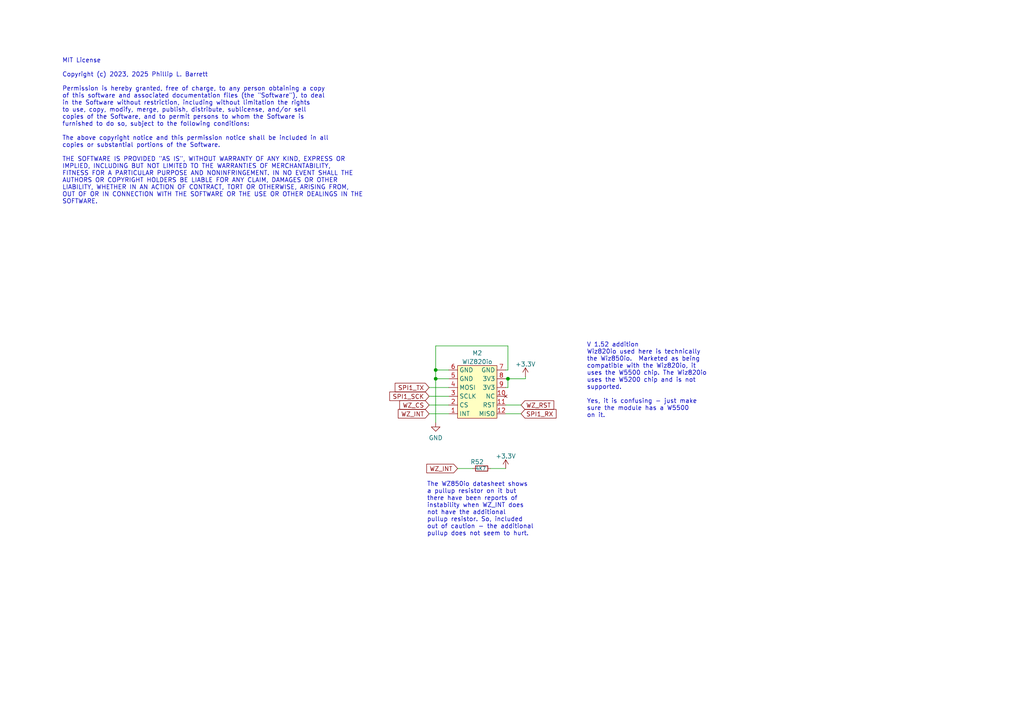
<source format=kicad_sch>
(kicad_sch
	(version 20231120)
	(generator "eeschema")
	(generator_version "8.0")
	(uuid "87625664-7de0-4955-aad3-2590466b2868")
	(paper "A4")
	(title_block
		(title "picoCNC ")
		(date "2023-09-13")
		(rev "Ver 1.55eth")
		(company "Brookwood Design")
	)
	(lib_symbols
		(symbol "Device:R_Small"
			(pin_numbers hide)
			(pin_names
				(offset 0.254) hide)
			(exclude_from_sim no)
			(in_bom yes)
			(on_board yes)
			(property "Reference" "R"
				(at 0.762 0.508 0)
				(effects
					(font
						(size 1.27 1.27)
					)
					(justify left)
				)
			)
			(property "Value" "R_Small"
				(at 0.762 -1.016 0)
				(effects
					(font
						(size 1.27 1.27)
					)
					(justify left)
				)
			)
			(property "Footprint" ""
				(at 0 0 0)
				(effects
					(font
						(size 1.27 1.27)
					)
					(hide yes)
				)
			)
			(property "Datasheet" "~"
				(at 0 0 0)
				(effects
					(font
						(size 1.27 1.27)
					)
					(hide yes)
				)
			)
			(property "Description" "Resistor, small symbol"
				(at 0 0 0)
				(effects
					(font
						(size 1.27 1.27)
					)
					(hide yes)
				)
			)
			(property "ki_keywords" "R resistor"
				(at 0 0 0)
				(effects
					(font
						(size 1.27 1.27)
					)
					(hide yes)
				)
			)
			(property "ki_fp_filters" "R_*"
				(at 0 0 0)
				(effects
					(font
						(size 1.27 1.27)
					)
					(hide yes)
				)
			)
			(symbol "R_Small_0_1"
				(rectangle
					(start -0.762 1.778)
					(end 0.762 -1.778)
					(stroke
						(width 0.2032)
						(type default)
					)
					(fill
						(type none)
					)
				)
			)
			(symbol "R_Small_1_1"
				(pin passive line
					(at 0 2.54 270)
					(length 0.762)
					(name "~"
						(effects
							(font
								(size 1.27 1.27)
							)
						)
					)
					(number "1"
						(effects
							(font
								(size 1.27 1.27)
							)
						)
					)
				)
				(pin passive line
					(at 0 -2.54 90)
					(length 0.762)
					(name "~"
						(effects
							(font
								(size 1.27 1.27)
							)
						)
					)
					(number "2"
						(effects
							(font
								(size 1.27 1.27)
							)
						)
					)
				)
			)
		)
		(symbol "phils-modules-new:WIZ820io"
			(exclude_from_sim no)
			(in_bom yes)
			(on_board yes)
			(property "Reference" "M"
				(at 0 -8.89 0)
				(effects
					(font
						(size 1.27 1.27)
					)
				)
			)
			(property "Value" "WIZ820io"
				(at 0 10.16 0)
				(effects
					(font
						(size 1.27 1.27)
					)
				)
			)
			(property "Footprint" ""
				(at 0 0 0)
				(effects
					(font
						(size 1.27 1.27)
					)
					(hide yes)
				)
			)
			(property "Datasheet" ""
				(at 0 0 0)
				(effects
					(font
						(size 1.27 1.27)
					)
					(hide yes)
				)
			)
			(property "Description" ""
				(at 0 0 0)
				(effects
					(font
						(size 1.27 1.27)
					)
					(hide yes)
				)
			)
			(symbol "WIZ820io_0_1"
				(rectangle
					(start -6.35 8.89)
					(end 5.08 -6.35)
					(stroke
						(width 0.1524)
						(type default)
					)
					(fill
						(type background)
					)
				)
			)
			(symbol "WIZ820io_1_1"
				(pin output line
					(at -8.89 -5.08 0)
					(length 2.54)
					(name "INT"
						(effects
							(font
								(size 1.27 1.27)
							)
						)
					)
					(number "1"
						(effects
							(font
								(size 1.27 1.27)
							)
						)
					)
				)
				(pin no_connect line
					(at 7.62 0 180)
					(length 2.54)
					(name "NC"
						(effects
							(font
								(size 1.27 1.27)
							)
						)
					)
					(number "10"
						(effects
							(font
								(size 1.27 1.27)
							)
						)
					)
				)
				(pin input line
					(at 7.62 -2.54 180)
					(length 2.54)
					(name "RST"
						(effects
							(font
								(size 1.27 1.27)
							)
						)
					)
					(number "11"
						(effects
							(font
								(size 1.27 1.27)
							)
						)
					)
				)
				(pin output line
					(at 7.62 -5.08 180)
					(length 2.54)
					(name "MISO"
						(effects
							(font
								(size 1.27 1.27)
							)
						)
					)
					(number "12"
						(effects
							(font
								(size 1.27 1.27)
							)
						)
					)
				)
				(pin input line
					(at -8.89 -2.54 0)
					(length 2.54)
					(name "CS"
						(effects
							(font
								(size 1.27 1.27)
							)
						)
					)
					(number "2"
						(effects
							(font
								(size 1.27 1.27)
							)
						)
					)
				)
				(pin input line
					(at -8.89 0 0)
					(length 2.54)
					(name "SCLK"
						(effects
							(font
								(size 1.27 1.27)
							)
						)
					)
					(number "3"
						(effects
							(font
								(size 1.27 1.27)
							)
						)
					)
				)
				(pin input line
					(at -8.89 2.54 0)
					(length 2.54)
					(name "MOSI"
						(effects
							(font
								(size 1.27 1.27)
							)
						)
					)
					(number "4"
						(effects
							(font
								(size 1.27 1.27)
							)
						)
					)
				)
				(pin power_out line
					(at -8.89 5.08 0)
					(length 2.54)
					(name "GND"
						(effects
							(font
								(size 1.27 1.27)
							)
						)
					)
					(number "5"
						(effects
							(font
								(size 1.27 1.27)
							)
						)
					)
				)
				(pin power_in line
					(at -8.89 7.62 0)
					(length 2.54)
					(name "GND"
						(effects
							(font
								(size 1.27 1.27)
							)
						)
					)
					(number "6"
						(effects
							(font
								(size 1.27 1.27)
							)
						)
					)
				)
				(pin power_in line
					(at 7.62 7.62 180)
					(length 2.54)
					(name "GND"
						(effects
							(font
								(size 1.27 1.27)
							)
						)
					)
					(number "7"
						(effects
							(font
								(size 1.27 1.27)
							)
						)
					)
				)
				(pin power_in line
					(at 7.62 5.08 180)
					(length 2.54)
					(name "3V3"
						(effects
							(font
								(size 1.27 1.27)
							)
						)
					)
					(number "8"
						(effects
							(font
								(size 1.27 1.27)
							)
						)
					)
				)
				(pin power_in line
					(at 7.62 2.54 180)
					(length 2.54)
					(name "3V3"
						(effects
							(font
								(size 1.27 1.27)
							)
						)
					)
					(number "9"
						(effects
							(font
								(size 1.27 1.27)
							)
						)
					)
				)
			)
		)
		(symbol "power:+3.3V"
			(power)
			(pin_names
				(offset 0)
			)
			(exclude_from_sim no)
			(in_bom yes)
			(on_board yes)
			(property "Reference" "#PWR"
				(at 0 -3.81 0)
				(effects
					(font
						(size 1.27 1.27)
					)
					(hide yes)
				)
			)
			(property "Value" "+3.3V"
				(at 0 3.556 0)
				(effects
					(font
						(size 1.27 1.27)
					)
				)
			)
			(property "Footprint" ""
				(at 0 0 0)
				(effects
					(font
						(size 1.27 1.27)
					)
					(hide yes)
				)
			)
			(property "Datasheet" ""
				(at 0 0 0)
				(effects
					(font
						(size 1.27 1.27)
					)
					(hide yes)
				)
			)
			(property "Description" "Power symbol creates a global label with name \"+3.3V\""
				(at 0 0 0)
				(effects
					(font
						(size 1.27 1.27)
					)
					(hide yes)
				)
			)
			(property "ki_keywords" "power-flag"
				(at 0 0 0)
				(effects
					(font
						(size 1.27 1.27)
					)
					(hide yes)
				)
			)
			(symbol "+3.3V_0_1"
				(polyline
					(pts
						(xy -0.762 1.27) (xy 0 2.54)
					)
					(stroke
						(width 0)
						(type default)
					)
					(fill
						(type none)
					)
				)
				(polyline
					(pts
						(xy 0 0) (xy 0 2.54)
					)
					(stroke
						(width 0)
						(type default)
					)
					(fill
						(type none)
					)
				)
				(polyline
					(pts
						(xy 0 2.54) (xy 0.762 1.27)
					)
					(stroke
						(width 0)
						(type default)
					)
					(fill
						(type none)
					)
				)
			)
			(symbol "+3.3V_1_1"
				(pin power_in line
					(at 0 0 90)
					(length 0) hide
					(name "+3.3V"
						(effects
							(font
								(size 1.27 1.27)
							)
						)
					)
					(number "1"
						(effects
							(font
								(size 1.27 1.27)
							)
						)
					)
				)
			)
		)
		(symbol "power:GND"
			(power)
			(pin_names
				(offset 0)
			)
			(exclude_from_sim no)
			(in_bom yes)
			(on_board yes)
			(property "Reference" "#PWR"
				(at 0 -6.35 0)
				(effects
					(font
						(size 1.27 1.27)
					)
					(hide yes)
				)
			)
			(property "Value" "GND"
				(at 0 -3.81 0)
				(effects
					(font
						(size 1.27 1.27)
					)
				)
			)
			(property "Footprint" ""
				(at 0 0 0)
				(effects
					(font
						(size 1.27 1.27)
					)
					(hide yes)
				)
			)
			(property "Datasheet" ""
				(at 0 0 0)
				(effects
					(font
						(size 1.27 1.27)
					)
					(hide yes)
				)
			)
			(property "Description" "Power symbol creates a global label with name \"GND\" , ground"
				(at 0 0 0)
				(effects
					(font
						(size 1.27 1.27)
					)
					(hide yes)
				)
			)
			(property "ki_keywords" "power-flag"
				(at 0 0 0)
				(effects
					(font
						(size 1.27 1.27)
					)
					(hide yes)
				)
			)
			(symbol "GND_0_1"
				(polyline
					(pts
						(xy 0 0) (xy 0 -1.27) (xy 1.27 -1.27) (xy 0 -2.54) (xy -1.27 -1.27) (xy 0 -1.27)
					)
					(stroke
						(width 0)
						(type default)
					)
					(fill
						(type none)
					)
				)
			)
			(symbol "GND_1_1"
				(pin power_in line
					(at 0 0 270)
					(length 0) hide
					(name "GND"
						(effects
							(font
								(size 1.27 1.27)
							)
						)
					)
					(number "1"
						(effects
							(font
								(size 1.27 1.27)
							)
						)
					)
				)
			)
		)
	)
	(junction
		(at 147.32 109.855)
		(diameter 0)
		(color 0 0 0 0)
		(uuid "51f81aa8-7773-4f68-8984-5b024004323d")
	)
	(junction
		(at 126.365 109.855)
		(diameter 0)
		(color 0 0 0 0)
		(uuid "93a42641-dbe9-4b31-be41-23b230b5d6fd")
	)
	(junction
		(at 126.365 107.315)
		(diameter 0)
		(color 0 0 0 0)
		(uuid "d97d0acc-aa8f-4aae-9d6b-824e11d370bc")
	)
	(wire
		(pts
			(xy 147.32 100.33) (xy 147.32 107.315)
		)
		(stroke
			(width 0)
			(type default)
		)
		(uuid "01995af1-b151-41eb-bcd5-f22d53dd6453")
	)
	(wire
		(pts
			(xy 146.685 112.395) (xy 147.32 112.395)
		)
		(stroke
			(width 0)
			(type default)
		)
		(uuid "0891511f-3f95-488d-8208-2ea86fb6a4c1")
	)
	(wire
		(pts
			(xy 130.175 109.855) (xy 126.365 109.855)
		)
		(stroke
			(width 0)
			(type default)
		)
		(uuid "1dbcceb1-2431-442b-a9d8-68bee3aa3f32")
	)
	(wire
		(pts
			(xy 126.365 107.315) (xy 126.365 100.33)
		)
		(stroke
			(width 0)
			(type default)
		)
		(uuid "2828d60b-f9d4-4f70-bb6d-9e52d37032e5")
	)
	(wire
		(pts
			(xy 126.365 122.555) (xy 126.365 109.855)
		)
		(stroke
			(width 0)
			(type default)
		)
		(uuid "2b780ad1-70dd-461c-b37e-82299eb4350d")
	)
	(wire
		(pts
			(xy 146.685 120.015) (xy 151.13 120.015)
		)
		(stroke
			(width 0)
			(type default)
		)
		(uuid "37fdebc7-2fd6-4a45-84e6-d7eebae53f52")
	)
	(wire
		(pts
			(xy 146.685 109.855) (xy 147.32 109.855)
		)
		(stroke
			(width 0)
			(type default)
		)
		(uuid "88e8221e-9531-448c-b0c0-6ce52184f0fa")
	)
	(wire
		(pts
			(xy 130.175 107.315) (xy 126.365 107.315)
		)
		(stroke
			(width 0)
			(type default)
		)
		(uuid "a227a37c-4fc7-4253-b7a9-8bc1fadb56d5")
	)
	(wire
		(pts
			(xy 151.13 117.475) (xy 146.685 117.475)
		)
		(stroke
			(width 0)
			(type default)
		)
		(uuid "a555acac-514a-4cbb-90db-101e2315546b")
	)
	(wire
		(pts
			(xy 147.32 112.395) (xy 147.32 109.855)
		)
		(stroke
			(width 0)
			(type default)
		)
		(uuid "ad64bed3-f2c7-4692-b895-bce4e091048a")
	)
	(wire
		(pts
			(xy 124.46 120.015) (xy 130.175 120.015)
		)
		(stroke
			(width 0)
			(type default)
		)
		(uuid "b0672311-ea5e-4510-b444-3efd12d601f0")
	)
	(wire
		(pts
			(xy 130.175 117.475) (xy 124.46 117.475)
		)
		(stroke
			(width 0)
			(type default)
		)
		(uuid "b60bfd6d-422f-4a84-af11-c1116ae532aa")
	)
	(wire
		(pts
			(xy 146.685 107.315) (xy 147.32 107.315)
		)
		(stroke
			(width 0)
			(type default)
		)
		(uuid "b9240003-d3de-4efd-8b54-b31d88fc0d56")
	)
	(wire
		(pts
			(xy 126.365 109.855) (xy 126.365 107.315)
		)
		(stroke
			(width 0)
			(type default)
		)
		(uuid "ba4a6830-acd3-463b-a5c2-725e255e8607")
	)
	(wire
		(pts
			(xy 124.46 114.935) (xy 130.175 114.935)
		)
		(stroke
			(width 0)
			(type default)
		)
		(uuid "bffc0579-5075-47a1-ad89-13a19a3ab0ee")
	)
	(wire
		(pts
			(xy 124.46 112.395) (xy 130.175 112.395)
		)
		(stroke
			(width 0)
			(type default)
		)
		(uuid "c1a69da6-7772-45e2-9e25-08790345057b")
	)
	(wire
		(pts
			(xy 126.365 100.33) (xy 147.32 100.33)
		)
		(stroke
			(width 0)
			(type default)
		)
		(uuid "c511f352-8d6e-41be-9851-6dc2202b3cb5")
	)
	(wire
		(pts
			(xy 152.4 109.855) (xy 152.4 109.22)
		)
		(stroke
			(width 0)
			(type default)
		)
		(uuid "cbb6ea07-0112-4e31-bca8-7b3866a56964")
	)
	(wire
		(pts
			(xy 147.32 109.855) (xy 152.4 109.855)
		)
		(stroke
			(width 0)
			(type default)
		)
		(uuid "e032d041-fb4d-4c10-bf32-1d4e0c9b1dab")
	)
	(wire
		(pts
			(xy 132.715 135.89) (xy 137.16 135.89)
		)
		(stroke
			(width 0)
			(type default)
		)
		(uuid "fa4dcf09-9aa0-46c6-9f12-711d68526766")
	)
	(wire
		(pts
			(xy 142.24 135.89) (xy 146.685 135.89)
		)
		(stroke
			(width 0)
			(type default)
		)
		(uuid "fc53d761-32d4-4dd0-82d8-957a24704000")
	)
	(text "MIT License\n\nCopyright (c) 2023, 2025 Phillip L. Barrett\n\nPermission is hereby granted, free of charge, to any person obtaining a copy\nof this software and associated documentation files (the \"Software\"), to deal\nin the Software without restriction, including without limitation the rights\nto use, copy, modify, merge, publish, distribute, sublicense, and/or sell\ncopies of the Software, and to permit persons to whom the Software is\nfurnished to do so, subject to the following conditions:\n\nThe above copyright notice and this permission notice shall be included in all\ncopies or substantial portions of the Software.\n\nTHE SOFTWARE IS PROVIDED \"AS IS\", WITHOUT WARRANTY OF ANY KIND, EXPRESS OR\nIMPLIED, INCLUDING BUT NOT LIMITED TO THE WARRANTIES OF MERCHANTABILITY,\nFITNESS FOR A PARTICULAR PURPOSE AND NONINFRINGEMENT. IN NO EVENT SHALL THE\nAUTHORS OR COPYRIGHT HOLDERS BE LIABLE FOR ANY CLAIM, DAMAGES OR OTHER\nLIABILITY, WHETHER IN AN ACTION OF CONTRACT, TORT OR OTHERWISE, ARISING FROM,\nOUT OF OR IN CONNECTION WITH THE SOFTWARE OR THE USE OR OTHER DEALINGS IN THE\nSOFTWARE."
		(exclude_from_sim no)
		(at 18.034 38.1 0)
		(effects
			(font
				(size 1.27 1.27)
			)
			(justify left)
		)
		(uuid "7966f6c6-bf12-40aa-8c46-507a908c5c70")
	)
	(text "The WZ850io datasheet shows\na pullup resistor on it but\nthere have been reports of \ninstability when WZ_INT does\nnot have the additional\npullup resistor. So, included\nout of caution - the additional\npullup does not seem to hurt."
		(exclude_from_sim no)
		(at 123.825 155.575 0)
		(effects
			(font
				(size 1.27 1.27)
			)
			(justify left bottom)
		)
		(uuid "98e7684c-ca03-4d3e-8507-c12af8f0409d")
	)
	(text "V 1.52 addition\nWiz820io used here is technically \nthe Wiz850io.  Marketed as being\ncompatible with the Wiz820io, it \nuses the W5500 chip. The Wiz820io \nuses the W5200 chip and is not \nsupported. \n\nYes, it is confusing - just make \nsure the module has a W5500 \non it."
		(exclude_from_sim no)
		(at 170.18 121.285 0)
		(effects
			(font
				(size 1.27 1.27)
			)
			(justify left bottom)
		)
		(uuid "e16231fa-de16-4681-ac84-1ddf640f96d1")
	)
	(global_label "SPI1_TX"
		(shape input)
		(at 124.46 112.395 180)
		(fields_autoplaced yes)
		(effects
			(font
				(size 1.27 1.27)
			)
			(justify right)
		)
		(uuid "3485ba4c-e3b7-41a5-8f1d-850ce1c02b62")
		(property "Intersheetrefs" "${INTERSHEET_REFS}"
			(at -69.85 6.985 0)
			(effects
				(font
					(size 1.27 1.27)
				)
				(hide yes)
			)
		)
	)
	(global_label "SPI1_RX"
		(shape input)
		(at 151.13 120.015 0)
		(fields_autoplaced yes)
		(effects
			(font
				(size 1.27 1.27)
			)
			(justify left)
		)
		(uuid "4152a8ba-f1f5-49fa-afd5-02cb9d0246b7")
		(property "Intersheetrefs" "${INTERSHEET_REFS}"
			(at 345.44 235.585 0)
			(effects
				(font
					(size 1.27 1.27)
				)
				(hide yes)
			)
		)
	)
	(global_label "WZ_INT"
		(shape input)
		(at 124.46 120.015 180)
		(fields_autoplaced yes)
		(effects
			(font
				(size 1.27 1.27)
			)
			(justify right)
		)
		(uuid "5bcc2237-ef9a-44ae-a63e-126015d267c5")
		(property "Intersheetrefs" "${INTERSHEET_REFS}"
			(at 115.6044 119.9356 0)
			(effects
				(font
					(size 1.27 1.27)
				)
				(justify right)
				(hide yes)
			)
		)
	)
	(global_label "WZ_INT"
		(shape input)
		(at 132.715 135.89 180)
		(fields_autoplaced yes)
		(effects
			(font
				(size 1.27 1.27)
			)
			(justify right)
		)
		(uuid "82b0e0fc-6783-4275-a3ac-c19a1c2ecbd1")
		(property "Intersheetrefs" "${INTERSHEET_REFS}"
			(at 123.8594 135.8106 0)
			(effects
				(font
					(size 1.27 1.27)
				)
				(justify right)
				(hide yes)
			)
		)
	)
	(global_label "SPI1_SCK"
		(shape input)
		(at 124.46 114.935 180)
		(fields_autoplaced yes)
		(effects
			(font
				(size 1.27 1.27)
			)
			(justify right)
		)
		(uuid "84bb69e5-9799-4dd8-aa03-109c9429a173")
		(property "Intersheetrefs" "${INTERSHEET_REFS}"
			(at -69.85 4.445 0)
			(effects
				(font
					(size 1.27 1.27)
				)
				(hide yes)
			)
		)
	)
	(global_label "WZ_CS"
		(shape input)
		(at 124.46 117.475 180)
		(fields_autoplaced yes)
		(effects
			(font
				(size 1.27 1.27)
			)
			(justify right)
		)
		(uuid "b729a818-b3fe-4870-a6c9-1fae462c96ec")
		(property "Intersheetrefs" "${INTERSHEET_REFS}"
			(at 116.0277 117.5544 0)
			(effects
				(font
					(size 1.27 1.27)
				)
				(justify right)
				(hide yes)
			)
		)
	)
	(global_label "WZ_RST"
		(shape input)
		(at 151.13 117.475 0)
		(fields_autoplaced yes)
		(effects
			(font
				(size 1.27 1.27)
			)
			(justify left)
		)
		(uuid "fe7986f5-12ee-45f3-90df-68e4bb403570")
		(property "Intersheetrefs" "${INTERSHEET_REFS}"
			(at 160.5299 117.3956 0)
			(effects
				(font
					(size 1.27 1.27)
				)
				(justify left)
				(hide yes)
			)
		)
	)
	(symbol
		(lib_id "power:+3.3V")
		(at 146.685 135.89 0)
		(unit 1)
		(exclude_from_sim no)
		(in_bom yes)
		(on_board yes)
		(dnp no)
		(fields_autoplaced yes)
		(uuid "05e38204-6adb-4b07-a6d7-9a7c0fb29f31")
		(property "Reference" "#PWR0105"
			(at 146.685 139.7 0)
			(effects
				(font
					(size 1.27 1.27)
				)
				(hide yes)
			)
		)
		(property "Value" "+3.3V"
			(at 146.685 132.3142 0)
			(effects
				(font
					(size 1.27 1.27)
				)
			)
		)
		(property "Footprint" ""
			(at 146.685 135.89 0)
			(effects
				(font
					(size 1.27 1.27)
				)
				(hide yes)
			)
		)
		(property "Datasheet" ""
			(at 146.685 135.89 0)
			(effects
				(font
					(size 1.27 1.27)
				)
				(hide yes)
			)
		)
		(property "Description" ""
			(at 146.685 135.89 0)
			(effects
				(font
					(size 1.27 1.27)
				)
				(hide yes)
			)
		)
		(pin "1"
			(uuid "f5413a9c-6c72-4e58-98fa-babf9dfed5b7")
		)
		(instances
			(project "picoCNC"
				(path "/b077d441-49f1-48de-a6ad-53217b01ccf9/ca64fce2-3867-4b1b-bdc9-865af76de0bc"
					(reference "#PWR0105")
					(unit 1)
				)
			)
		)
	)
	(symbol
		(lib_id "phils-modules-new:WIZ820io")
		(at 139.065 114.935 0)
		(unit 1)
		(exclude_from_sim no)
		(in_bom no)
		(on_board yes)
		(dnp no)
		(fields_autoplaced yes)
		(uuid "2290e1d8-b74f-45a0-89a1-345a2d1f7690")
		(property "Reference" "M2"
			(at 138.43 102.396 0)
			(effects
				(font
					(size 1.27 1.27)
				)
			)
		)
		(property "Value" "WIZ820io"
			(at 138.43 104.9329 0)
			(effects
				(font
					(size 1.27 1.27)
				)
			)
		)
		(property "Footprint" "phils-modules:wiz820io"
			(at 139.065 114.935 0)
			(effects
				(font
					(size 1.27 1.27)
				)
				(hide yes)
			)
		)
		(property "Datasheet" ""
			(at 139.065 114.935 0)
			(effects
				(font
					(size 1.27 1.27)
				)
				(hide yes)
			)
		)
		(property "Description" ""
			(at 139.065 114.935 0)
			(effects
				(font
					(size 1.27 1.27)
				)
				(hide yes)
			)
		)
		(property "Field4" ""
			(at 139.065 114.935 0)
			(effects
				(font
					(size 1.27 1.27)
				)
				(hide yes)
			)
		)
		(pin "1"
			(uuid "cec0c901-4d09-4c32-b50d-2fbb366a8771")
		)
		(pin "10"
			(uuid "79de135d-fa04-4ec8-af38-2f0330016f6f")
		)
		(pin "11"
			(uuid "76f5faf4-ea6a-4167-b252-a4dc802fbf5d")
		)
		(pin "12"
			(uuid "aee8069d-d269-4067-b292-724cc8865dbd")
		)
		(pin "2"
			(uuid "497c261c-765c-4fbf-baf6-01bf45f71baf")
		)
		(pin "3"
			(uuid "bbb568d2-1d5b-4c0d-89b7-beda89617d08")
		)
		(pin "4"
			(uuid "f683bcdc-fd6b-4d75-9ac7-2596c6bc34e2")
		)
		(pin "5"
			(uuid "6c686361-e824-48e0-a582-6e346ffc8764")
		)
		(pin "6"
			(uuid "a156ad21-4bbd-4d6f-8891-fbb82112273f")
		)
		(pin "7"
			(uuid "245c7efe-0e19-4919-984b-394569e58f6f")
		)
		(pin "8"
			(uuid "5e2004f6-5ecb-493e-a1c8-bca22827ee0c")
		)
		(pin "9"
			(uuid "9ab0d198-2c60-4131-bd1b-787c6721109e")
		)
		(instances
			(project "picoCNC"
				(path "/b077d441-49f1-48de-a6ad-53217b01ccf9/ca64fce2-3867-4b1b-bdc9-865af76de0bc"
					(reference "M2")
					(unit 1)
				)
			)
		)
	)
	(symbol
		(lib_id "Device:R_Small")
		(at 139.7 135.89 90)
		(unit 1)
		(exclude_from_sim no)
		(in_bom yes)
		(on_board yes)
		(dnp no)
		(uuid "65f2a40d-8d77-45dd-ae0a-62a24fe64c3b")
		(property "Reference" "R52"
			(at 140.335 133.985 90)
			(effects
				(font
					(size 1.27 1.27)
				)
				(justify left)
			)
		)
		(property "Value" "4K7"
			(at 140.97 135.89 90)
			(effects
				(font
					(size 0.9906 0.9906)
				)
				(justify left)
			)
		)
		(property "Footprint" "Resistor_SMD:R_0603_1608Metric"
			(at 139.7 135.89 0)
			(effects
				(font
					(size 1.27 1.27)
				)
				(hide yes)
			)
		)
		(property "Datasheet" "~"
			(at 139.7 135.89 0)
			(effects
				(font
					(size 1.27 1.27)
				)
				(hide yes)
			)
		)
		(property "Description" ""
			(at 139.7 135.89 0)
			(effects
				(font
					(size 1.27 1.27)
				)
				(hide yes)
			)
		)
		(property "LCSC" " C23162"
			(at 139.7 135.89 0)
			(effects
				(font
					(size 1.27 1.27)
				)
				(hide yes)
			)
		)
		(property "Field4" ""
			(at 139.7 135.89 0)
			(effects
				(font
					(size 1.27 1.27)
				)
				(hide yes)
			)
		)
		(pin "1"
			(uuid "72aca6d3-3a5b-4005-a475-4d7c73d255e8")
		)
		(pin "2"
			(uuid "b6f591de-f9f9-43de-beac-d4100de9a52d")
		)
		(instances
			(project "picoCNC"
				(path "/b077d441-49f1-48de-a6ad-53217b01ccf9/ca64fce2-3867-4b1b-bdc9-865af76de0bc"
					(reference "R52")
					(unit 1)
				)
			)
		)
	)
	(symbol
		(lib_id "power:+3.3V")
		(at 152.4 109.22 0)
		(unit 1)
		(exclude_from_sim no)
		(in_bom yes)
		(on_board yes)
		(dnp no)
		(fields_autoplaced yes)
		(uuid "85f3c752-7434-4476-a94b-a5e42456335b")
		(property "Reference" "#PWR0106"
			(at 152.4 113.03 0)
			(effects
				(font
					(size 1.27 1.27)
				)
				(hide yes)
			)
		)
		(property "Value" "+3.3V"
			(at 152.4 105.6442 0)
			(effects
				(font
					(size 1.27 1.27)
				)
			)
		)
		(property "Footprint" ""
			(at 152.4 109.22 0)
			(effects
				(font
					(size 1.27 1.27)
				)
				(hide yes)
			)
		)
		(property "Datasheet" ""
			(at 152.4 109.22 0)
			(effects
				(font
					(size 1.27 1.27)
				)
				(hide yes)
			)
		)
		(property "Description" ""
			(at 152.4 109.22 0)
			(effects
				(font
					(size 1.27 1.27)
				)
				(hide yes)
			)
		)
		(pin "1"
			(uuid "9058071a-37d0-48fa-a689-aae37fb5fd67")
		)
		(instances
			(project "picoCNC"
				(path "/b077d441-49f1-48de-a6ad-53217b01ccf9/ca64fce2-3867-4b1b-bdc9-865af76de0bc"
					(reference "#PWR0106")
					(unit 1)
				)
			)
		)
	)
	(symbol
		(lib_id "power:GND")
		(at 126.365 122.555 0)
		(unit 1)
		(exclude_from_sim no)
		(in_bom yes)
		(on_board yes)
		(dnp no)
		(fields_autoplaced yes)
		(uuid "dd424d84-6e10-4fe7-acc1-7bfd1d759d2a")
		(property "Reference" "#PWR0104"
			(at 126.365 128.905 0)
			(effects
				(font
					(size 1.27 1.27)
				)
				(hide yes)
			)
		)
		(property "Value" "GND"
			(at 126.365 126.9984 0)
			(effects
				(font
					(size 1.27 1.27)
				)
			)
		)
		(property "Footprint" ""
			(at 126.365 122.555 0)
			(effects
				(font
					(size 1.27 1.27)
				)
				(hide yes)
			)
		)
		(property "Datasheet" ""
			(at 126.365 122.555 0)
			(effects
				(font
					(size 1.27 1.27)
				)
				(hide yes)
			)
		)
		(property "Description" ""
			(at 126.365 122.555 0)
			(effects
				(font
					(size 1.27 1.27)
				)
				(hide yes)
			)
		)
		(pin "1"
			(uuid "e472576d-ddb8-44d7-8149-e80786e1b409")
		)
		(instances
			(project "picoCNC"
				(path "/b077d441-49f1-48de-a6ad-53217b01ccf9/ca64fce2-3867-4b1b-bdc9-865af76de0bc"
					(reference "#PWR0104")
					(unit 1)
				)
			)
		)
	)
)

</source>
